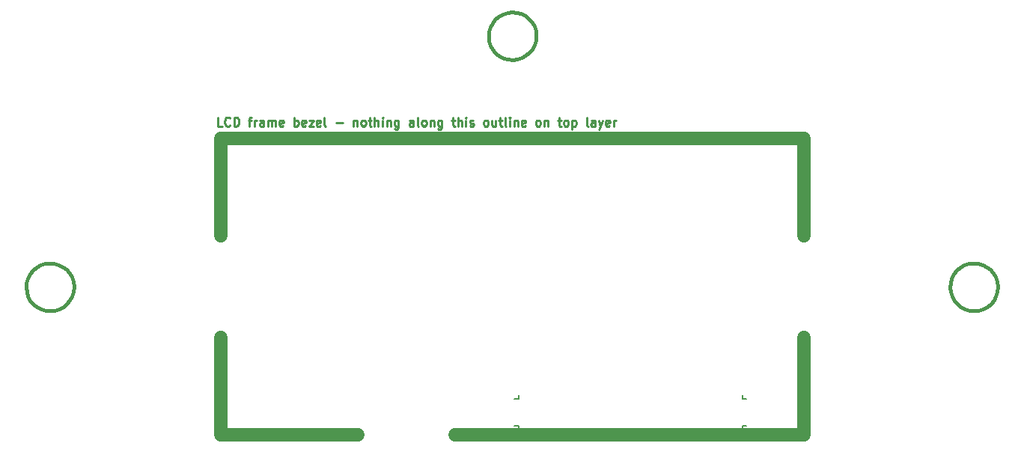
<source format=gbr>
G04 (created by PCBNEW-RS274X (2012-01-19 BZR 3256)-stable) date Mon 10 Dec 2012 16:42:03 GMT*
G01*
G70*
G90*
%MOIN*%
G04 Gerber Fmt 3.4, Leading zero omitted, Abs format*
%FSLAX34Y34*%
G04 APERTURE LIST*
%ADD10C,0.006000*%
%ADD11C,0.015000*%
%ADD12C,0.059100*%
%ADD13C,0.005000*%
%ADD14C,0.009900*%
G04 APERTURE END LIST*
G54D10*
G54D11*
X57757Y-29683D02*
X57736Y-29889D01*
X57676Y-30088D01*
X57579Y-30272D01*
X57447Y-30433D01*
X57287Y-30565D01*
X57104Y-30664D01*
X56906Y-30726D01*
X56699Y-30747D01*
X56493Y-30729D01*
X56294Y-30670D01*
X56109Y-30574D01*
X55947Y-30443D01*
X55814Y-30284D01*
X55714Y-30102D01*
X55651Y-29904D01*
X55628Y-29697D01*
X55645Y-29491D01*
X55702Y-29291D01*
X55797Y-29107D01*
X55926Y-28944D01*
X56085Y-28809D01*
X56266Y-28708D01*
X56464Y-28643D01*
X56670Y-28619D01*
X56876Y-28635D01*
X57077Y-28691D01*
X57262Y-28784D01*
X57426Y-28912D01*
X57562Y-29070D01*
X57664Y-29250D01*
X57730Y-29448D01*
X57756Y-29654D01*
X57757Y-29683D01*
X78308Y-40866D02*
X78287Y-41072D01*
X78227Y-41271D01*
X78130Y-41455D01*
X77998Y-41616D01*
X77838Y-41748D01*
X77655Y-41847D01*
X77457Y-41909D01*
X77250Y-41930D01*
X77044Y-41912D01*
X76845Y-41853D01*
X76660Y-41757D01*
X76498Y-41626D01*
X76365Y-41467D01*
X76265Y-41285D01*
X76202Y-41087D01*
X76179Y-40880D01*
X76196Y-40674D01*
X76253Y-40474D01*
X76348Y-40290D01*
X76477Y-40127D01*
X76636Y-39992D01*
X76817Y-39891D01*
X77015Y-39826D01*
X77221Y-39802D01*
X77427Y-39818D01*
X77628Y-39874D01*
X77813Y-39967D01*
X77977Y-40095D01*
X78113Y-40253D01*
X78215Y-40433D01*
X78281Y-40631D01*
X78307Y-40837D01*
X78308Y-40866D01*
X37167Y-40866D02*
X37146Y-41072D01*
X37086Y-41271D01*
X36989Y-41455D01*
X36857Y-41616D01*
X36697Y-41748D01*
X36514Y-41847D01*
X36316Y-41909D01*
X36109Y-41930D01*
X35903Y-41912D01*
X35704Y-41853D01*
X35519Y-41757D01*
X35357Y-41626D01*
X35224Y-41467D01*
X35124Y-41285D01*
X35061Y-41087D01*
X35038Y-40880D01*
X35055Y-40674D01*
X35112Y-40474D01*
X35207Y-40290D01*
X35336Y-40127D01*
X35495Y-39992D01*
X35676Y-39891D01*
X35874Y-39826D01*
X36080Y-39802D01*
X36286Y-39818D01*
X36487Y-39874D01*
X36672Y-39967D01*
X36836Y-40095D01*
X36972Y-40253D01*
X37074Y-40433D01*
X37140Y-40631D01*
X37166Y-40837D01*
X37167Y-40866D01*
G54D12*
X69685Y-47441D02*
X54134Y-47441D01*
X43701Y-47441D02*
X49803Y-47441D01*
X69685Y-34252D02*
X69685Y-38583D01*
X69685Y-47441D02*
X69685Y-43110D01*
X43701Y-47441D02*
X43701Y-43110D01*
X43701Y-34252D02*
X43701Y-38583D01*
G54D13*
X66929Y-45866D02*
X66929Y-45669D01*
X67126Y-45866D02*
X66929Y-45866D01*
X56969Y-45866D02*
X56969Y-45669D01*
X56772Y-45866D02*
X56969Y-45866D01*
X56969Y-47047D02*
X56772Y-47047D01*
X56969Y-47244D02*
X56969Y-47047D01*
X66929Y-47047D02*
X67126Y-47047D01*
X66929Y-47244D02*
X66929Y-47047D01*
G54D14*
X43768Y-33702D02*
X43581Y-33702D01*
X43581Y-33308D01*
X44125Y-33665D02*
X44106Y-33684D01*
X44050Y-33702D01*
X44012Y-33702D01*
X43956Y-33684D01*
X43919Y-33646D01*
X43900Y-33609D01*
X43881Y-33534D01*
X43881Y-33477D01*
X43900Y-33402D01*
X43919Y-33365D01*
X43956Y-33327D01*
X44012Y-33308D01*
X44050Y-33308D01*
X44106Y-33327D01*
X44125Y-33346D01*
X44294Y-33702D02*
X44294Y-33308D01*
X44388Y-33308D01*
X44444Y-33327D01*
X44481Y-33365D01*
X44500Y-33402D01*
X44519Y-33477D01*
X44519Y-33534D01*
X44500Y-33609D01*
X44481Y-33646D01*
X44444Y-33684D01*
X44388Y-33702D01*
X44294Y-33702D01*
X44932Y-33440D02*
X45082Y-33440D01*
X44988Y-33702D02*
X44988Y-33365D01*
X45007Y-33327D01*
X45044Y-33308D01*
X45082Y-33308D01*
X45213Y-33702D02*
X45213Y-33440D01*
X45213Y-33515D02*
X45232Y-33477D01*
X45250Y-33459D01*
X45288Y-33440D01*
X45325Y-33440D01*
X45626Y-33702D02*
X45626Y-33496D01*
X45607Y-33459D01*
X45569Y-33440D01*
X45494Y-33440D01*
X45457Y-33459D01*
X45626Y-33684D02*
X45588Y-33702D01*
X45494Y-33702D01*
X45457Y-33684D01*
X45438Y-33646D01*
X45438Y-33609D01*
X45457Y-33571D01*
X45494Y-33552D01*
X45588Y-33552D01*
X45626Y-33534D01*
X45813Y-33702D02*
X45813Y-33440D01*
X45813Y-33477D02*
X45832Y-33459D01*
X45869Y-33440D01*
X45925Y-33440D01*
X45963Y-33459D01*
X45982Y-33496D01*
X45982Y-33702D01*
X45982Y-33496D02*
X46000Y-33459D01*
X46038Y-33440D01*
X46094Y-33440D01*
X46132Y-33459D01*
X46151Y-33496D01*
X46151Y-33702D01*
X46488Y-33684D02*
X46450Y-33702D01*
X46375Y-33702D01*
X46338Y-33684D01*
X46319Y-33646D01*
X46319Y-33496D01*
X46338Y-33459D01*
X46375Y-33440D01*
X46450Y-33440D01*
X46488Y-33459D01*
X46507Y-33496D01*
X46507Y-33534D01*
X46319Y-33571D01*
X46976Y-33702D02*
X46976Y-33308D01*
X46976Y-33459D02*
X47013Y-33440D01*
X47088Y-33440D01*
X47126Y-33459D01*
X47145Y-33477D01*
X47163Y-33515D01*
X47163Y-33627D01*
X47145Y-33665D01*
X47126Y-33684D01*
X47088Y-33702D01*
X47013Y-33702D01*
X46976Y-33684D01*
X47482Y-33684D02*
X47444Y-33702D01*
X47369Y-33702D01*
X47332Y-33684D01*
X47313Y-33646D01*
X47313Y-33496D01*
X47332Y-33459D01*
X47369Y-33440D01*
X47444Y-33440D01*
X47482Y-33459D01*
X47501Y-33496D01*
X47501Y-33534D01*
X47313Y-33571D01*
X47632Y-33440D02*
X47839Y-33440D01*
X47632Y-33702D01*
X47839Y-33702D01*
X48139Y-33684D02*
X48101Y-33702D01*
X48026Y-33702D01*
X47989Y-33684D01*
X47970Y-33646D01*
X47970Y-33496D01*
X47989Y-33459D01*
X48026Y-33440D01*
X48101Y-33440D01*
X48139Y-33459D01*
X48158Y-33496D01*
X48158Y-33534D01*
X47970Y-33571D01*
X48383Y-33702D02*
X48346Y-33684D01*
X48327Y-33646D01*
X48327Y-33308D01*
X48833Y-33552D02*
X49133Y-33552D01*
X49621Y-33440D02*
X49621Y-33702D01*
X49621Y-33477D02*
X49640Y-33459D01*
X49677Y-33440D01*
X49733Y-33440D01*
X49771Y-33459D01*
X49790Y-33496D01*
X49790Y-33702D01*
X50033Y-33702D02*
X49996Y-33684D01*
X49977Y-33665D01*
X49958Y-33627D01*
X49958Y-33515D01*
X49977Y-33477D01*
X49996Y-33459D01*
X50033Y-33440D01*
X50089Y-33440D01*
X50127Y-33459D01*
X50146Y-33477D01*
X50164Y-33515D01*
X50164Y-33627D01*
X50146Y-33665D01*
X50127Y-33684D01*
X50089Y-33702D01*
X50033Y-33702D01*
X50277Y-33440D02*
X50427Y-33440D01*
X50333Y-33308D02*
X50333Y-33646D01*
X50352Y-33684D01*
X50389Y-33702D01*
X50427Y-33702D01*
X50558Y-33702D02*
X50558Y-33308D01*
X50727Y-33702D02*
X50727Y-33496D01*
X50708Y-33459D01*
X50670Y-33440D01*
X50614Y-33440D01*
X50577Y-33459D01*
X50558Y-33477D01*
X50914Y-33702D02*
X50914Y-33440D01*
X50914Y-33308D02*
X50895Y-33327D01*
X50914Y-33346D01*
X50933Y-33327D01*
X50914Y-33308D01*
X50914Y-33346D01*
X51102Y-33440D02*
X51102Y-33702D01*
X51102Y-33477D02*
X51121Y-33459D01*
X51158Y-33440D01*
X51214Y-33440D01*
X51252Y-33459D01*
X51271Y-33496D01*
X51271Y-33702D01*
X51627Y-33440D02*
X51627Y-33759D01*
X51608Y-33796D01*
X51589Y-33815D01*
X51552Y-33834D01*
X51495Y-33834D01*
X51458Y-33815D01*
X51627Y-33684D02*
X51589Y-33702D01*
X51514Y-33702D01*
X51477Y-33684D01*
X51458Y-33665D01*
X51439Y-33627D01*
X51439Y-33515D01*
X51458Y-33477D01*
X51477Y-33459D01*
X51514Y-33440D01*
X51589Y-33440D01*
X51627Y-33459D01*
X52283Y-33702D02*
X52283Y-33496D01*
X52264Y-33459D01*
X52226Y-33440D01*
X52151Y-33440D01*
X52114Y-33459D01*
X52283Y-33684D02*
X52245Y-33702D01*
X52151Y-33702D01*
X52114Y-33684D01*
X52095Y-33646D01*
X52095Y-33609D01*
X52114Y-33571D01*
X52151Y-33552D01*
X52245Y-33552D01*
X52283Y-33534D01*
X52526Y-33702D02*
X52489Y-33684D01*
X52470Y-33646D01*
X52470Y-33308D01*
X52732Y-33702D02*
X52695Y-33684D01*
X52676Y-33665D01*
X52657Y-33627D01*
X52657Y-33515D01*
X52676Y-33477D01*
X52695Y-33459D01*
X52732Y-33440D01*
X52788Y-33440D01*
X52826Y-33459D01*
X52845Y-33477D01*
X52863Y-33515D01*
X52863Y-33627D01*
X52845Y-33665D01*
X52826Y-33684D01*
X52788Y-33702D01*
X52732Y-33702D01*
X53032Y-33440D02*
X53032Y-33702D01*
X53032Y-33477D02*
X53051Y-33459D01*
X53088Y-33440D01*
X53144Y-33440D01*
X53182Y-33459D01*
X53201Y-33496D01*
X53201Y-33702D01*
X53557Y-33440D02*
X53557Y-33759D01*
X53538Y-33796D01*
X53519Y-33815D01*
X53482Y-33834D01*
X53425Y-33834D01*
X53388Y-33815D01*
X53557Y-33684D02*
X53519Y-33702D01*
X53444Y-33702D01*
X53407Y-33684D01*
X53388Y-33665D01*
X53369Y-33627D01*
X53369Y-33515D01*
X53388Y-33477D01*
X53407Y-33459D01*
X53444Y-33440D01*
X53519Y-33440D01*
X53557Y-33459D01*
X53988Y-33440D02*
X54138Y-33440D01*
X54044Y-33308D02*
X54044Y-33646D01*
X54063Y-33684D01*
X54100Y-33702D01*
X54138Y-33702D01*
X54269Y-33702D02*
X54269Y-33308D01*
X54438Y-33702D02*
X54438Y-33496D01*
X54419Y-33459D01*
X54381Y-33440D01*
X54325Y-33440D01*
X54288Y-33459D01*
X54269Y-33477D01*
X54625Y-33702D02*
X54625Y-33440D01*
X54625Y-33308D02*
X54606Y-33327D01*
X54625Y-33346D01*
X54644Y-33327D01*
X54625Y-33308D01*
X54625Y-33346D01*
X54794Y-33684D02*
X54832Y-33702D01*
X54907Y-33702D01*
X54944Y-33684D01*
X54963Y-33646D01*
X54963Y-33627D01*
X54944Y-33590D01*
X54907Y-33571D01*
X54850Y-33571D01*
X54813Y-33552D01*
X54794Y-33515D01*
X54794Y-33496D01*
X54813Y-33459D01*
X54850Y-33440D01*
X54907Y-33440D01*
X54944Y-33459D01*
X55488Y-33702D02*
X55451Y-33684D01*
X55432Y-33665D01*
X55413Y-33627D01*
X55413Y-33515D01*
X55432Y-33477D01*
X55451Y-33459D01*
X55488Y-33440D01*
X55544Y-33440D01*
X55582Y-33459D01*
X55601Y-33477D01*
X55619Y-33515D01*
X55619Y-33627D01*
X55601Y-33665D01*
X55582Y-33684D01*
X55544Y-33702D01*
X55488Y-33702D01*
X55957Y-33440D02*
X55957Y-33702D01*
X55788Y-33440D02*
X55788Y-33646D01*
X55807Y-33684D01*
X55844Y-33702D01*
X55900Y-33702D01*
X55938Y-33684D01*
X55957Y-33665D01*
X56088Y-33440D02*
X56238Y-33440D01*
X56144Y-33308D02*
X56144Y-33646D01*
X56163Y-33684D01*
X56200Y-33702D01*
X56238Y-33702D01*
X56425Y-33702D02*
X56388Y-33684D01*
X56369Y-33646D01*
X56369Y-33308D01*
X56575Y-33702D02*
X56575Y-33440D01*
X56575Y-33308D02*
X56556Y-33327D01*
X56575Y-33346D01*
X56594Y-33327D01*
X56575Y-33308D01*
X56575Y-33346D01*
X56763Y-33440D02*
X56763Y-33702D01*
X56763Y-33477D02*
X56782Y-33459D01*
X56819Y-33440D01*
X56875Y-33440D01*
X56913Y-33459D01*
X56932Y-33496D01*
X56932Y-33702D01*
X57269Y-33684D02*
X57231Y-33702D01*
X57156Y-33702D01*
X57119Y-33684D01*
X57100Y-33646D01*
X57100Y-33496D01*
X57119Y-33459D01*
X57156Y-33440D01*
X57231Y-33440D01*
X57269Y-33459D01*
X57288Y-33496D01*
X57288Y-33534D01*
X57100Y-33571D01*
X57813Y-33702D02*
X57776Y-33684D01*
X57757Y-33665D01*
X57738Y-33627D01*
X57738Y-33515D01*
X57757Y-33477D01*
X57776Y-33459D01*
X57813Y-33440D01*
X57869Y-33440D01*
X57907Y-33459D01*
X57926Y-33477D01*
X57944Y-33515D01*
X57944Y-33627D01*
X57926Y-33665D01*
X57907Y-33684D01*
X57869Y-33702D01*
X57813Y-33702D01*
X58113Y-33440D02*
X58113Y-33702D01*
X58113Y-33477D02*
X58132Y-33459D01*
X58169Y-33440D01*
X58225Y-33440D01*
X58263Y-33459D01*
X58282Y-33496D01*
X58282Y-33702D01*
X58713Y-33440D02*
X58863Y-33440D01*
X58769Y-33308D02*
X58769Y-33646D01*
X58788Y-33684D01*
X58825Y-33702D01*
X58863Y-33702D01*
X59050Y-33702D02*
X59013Y-33684D01*
X58994Y-33665D01*
X58975Y-33627D01*
X58975Y-33515D01*
X58994Y-33477D01*
X59013Y-33459D01*
X59050Y-33440D01*
X59106Y-33440D01*
X59144Y-33459D01*
X59163Y-33477D01*
X59181Y-33515D01*
X59181Y-33627D01*
X59163Y-33665D01*
X59144Y-33684D01*
X59106Y-33702D01*
X59050Y-33702D01*
X59350Y-33440D02*
X59350Y-33834D01*
X59350Y-33459D02*
X59387Y-33440D01*
X59462Y-33440D01*
X59500Y-33459D01*
X59519Y-33477D01*
X59537Y-33515D01*
X59537Y-33627D01*
X59519Y-33665D01*
X59500Y-33684D01*
X59462Y-33702D01*
X59387Y-33702D01*
X59350Y-33684D01*
X60062Y-33702D02*
X60025Y-33684D01*
X60006Y-33646D01*
X60006Y-33308D01*
X60381Y-33702D02*
X60381Y-33496D01*
X60362Y-33459D01*
X60324Y-33440D01*
X60249Y-33440D01*
X60212Y-33459D01*
X60381Y-33684D02*
X60343Y-33702D01*
X60249Y-33702D01*
X60212Y-33684D01*
X60193Y-33646D01*
X60193Y-33609D01*
X60212Y-33571D01*
X60249Y-33552D01*
X60343Y-33552D01*
X60381Y-33534D01*
X60530Y-33440D02*
X60624Y-33702D01*
X60718Y-33440D02*
X60624Y-33702D01*
X60587Y-33796D01*
X60568Y-33815D01*
X60530Y-33834D01*
X61018Y-33684D02*
X60980Y-33702D01*
X60905Y-33702D01*
X60868Y-33684D01*
X60849Y-33646D01*
X60849Y-33496D01*
X60868Y-33459D01*
X60905Y-33440D01*
X60980Y-33440D01*
X61018Y-33459D01*
X61037Y-33496D01*
X61037Y-33534D01*
X60849Y-33571D01*
X61206Y-33702D02*
X61206Y-33440D01*
X61206Y-33515D02*
X61225Y-33477D01*
X61243Y-33459D01*
X61281Y-33440D01*
X61318Y-33440D01*
G54D12*
X69685Y-34252D02*
X43701Y-34252D01*
M02*

</source>
